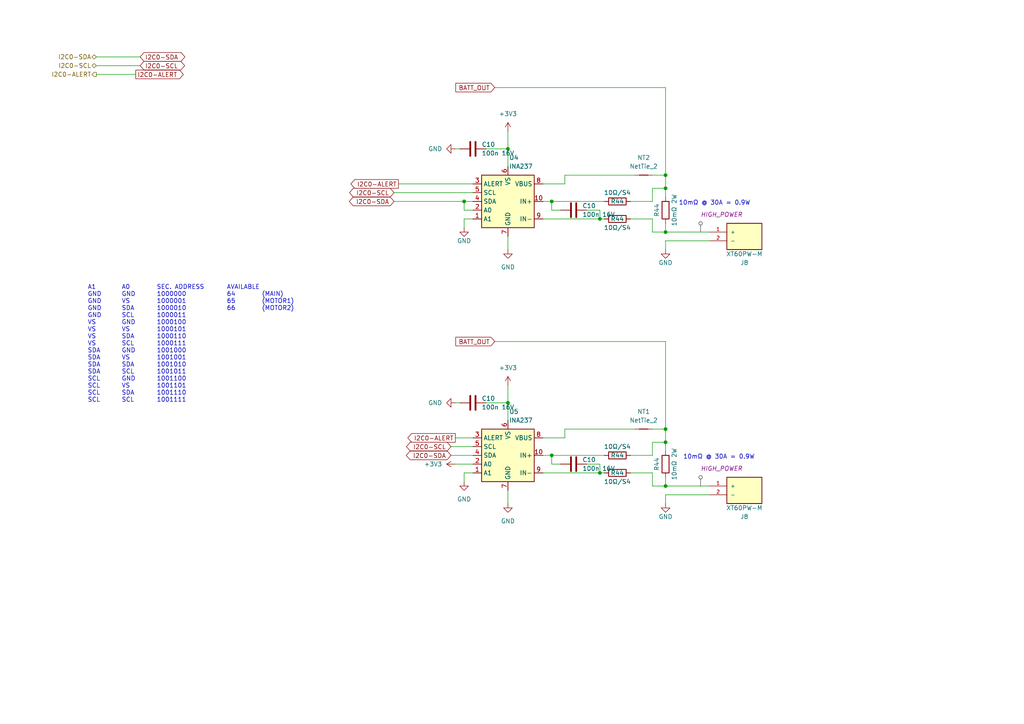
<source format=kicad_sch>
(kicad_sch (version 20230121) (generator eeschema)
  (paper "A4")
  (title_block (title "pNav32 Proto Board") (rev "1.0") (company "Mauro Soligo"))
  (lib_symbols
    (symbol "Device:C" (pin_numbers hide) (pin_names (offset 0.254))
      (property "Reference" "C" (at 0.635 2.54 0))
      (property "Value" "C" (at 0.635 -2.54 0))
      (symbol "C_0_1"
        (polyline (pts (xy -2.032 -0.762) (xy 2.032 -0.762)) (stroke (width 0.508)))
        (polyline (pts (xy -2.032 0.762) (xy 2.032 0.762)) (stroke (width 0.508)))
      )
      (symbol "C_1_1"
        (pin passive line (at 0 3.81 270) (length 2.794) (name "~") (number "1"))
        (pin passive line (at 0 -3.81 90) (length 2.794) (name "~") (number "2"))
      )
    )
    (symbol "Device:NetTie_2" (pin_numbers hide) (pin_names (offset 0) hide) (in_bom no)
      (property "Reference" "NT" (at 0 1.27 0))
      (property "Value" "NetTie_2" (at 0 -1.27 0))
      (symbol "NetTie_2_0_1"
        (polyline (pts (xy -1.27 0) (xy 1.27 0)) (stroke (width 0.254)))
      )
      (symbol "NetTie_2_1_1"
        (pin passive line (at -2.54 0 0) (length 2.54) (name "1") (number "1"))
        (pin passive line (at 2.54 0 180) (length 2.54) (name "2") (number "2"))
      )
    )
    (symbol "Device:R" (pin_numbers hide) (pin_names (offset 0))
      (property "Reference" "R" (at 2.032 0 90))
      (property "Value" "R" (at 0 0 90))
      (symbol "R_0_1"
        (rectangle (start -1.016 -2.54) (end 1.016 2.54) (stroke (width 0.254)))
      )
      (symbol "R_1_1"
        (pin passive line (at 0 3.81 270) (length 1.27) (name "~") (number "1"))
        (pin passive line (at 0 -3.81 90) (length 1.27) (name "~") (number "2"))
      )
    )
    (symbol "katodo_kicad:INA237"
      (property "Reference" "U" (at -6.35 8.89 0))
      (property "Value" "INA237" (at 2.54 8.89 0))
      (symbol "INA237_0_1"
        (rectangle (start -7.62 7.62) (end 7.62 -7.62) (stroke (width 0.254)) (fill (type background)))
      )
      (symbol "INA237_1_1"
        (pin input line (at 10.16 -5.08 180) (length 2.54) (name "A1") (number "1"))
        (pin passive line (at -10.16 0 0) (length 2.54) (name "IN+") (number "10"))
        (pin input line (at 10.16 -2.54 180) (length 2.54) (name "A0") (number "2"))
        (pin open_collector line (at 10.16 5.08 180) (length 2.54) (name "ALERT") (number "3"))
        (pin bidirectional line (at 10.16 0 180) (length 2.54) (name "SDA") (number "4"))
        (pin input line (at 10.16 2.54 180) (length 2.54) (name "SCL") (number "5"))
        (pin passive line (at 0 10.16 270) (length 2.54) (name "VS") (number "6"))
        (pin passive line (at 0 -10.16 90) (length 2.54) (name "GND") (number "7"))
        (pin passive line (at -10.16 5.08 0) (length 2.54) (name "VBUS") (number "8"))
        (pin passive line (at -10.16 -5.08 0) (length 2.54) (name "IN-") (number "9"))
      )
    )
    (symbol "katodo_kicad:XT60PW-M" (pin_names (offset 1.016))
      (property "Reference" "J8" (at 0 -6.35 0))
      (property "Value" "XT60PW-M" (at 0 -3.81 0))
      (symbol "XT60PW-M_0_0"
        (rectangle (start -5.08 -2.54) (end 5.08 5.08) (stroke (width 0.254)) (fill (type background)))
        (pin passive line (at -10.16 2.54 0) (length 5.08) (name "+") (number "1"))
        (pin passive line (at -10.16 0 0) (length 5.08) (name "-") (number "2"))
      )
    )
    (symbol "power:+3V3" (power) (pin_names (offset 0))
      (property "Value" "+3V3" (at 0 3.556 0))
      (symbol "+3V3_0_1"
        (polyline (pts (xy -0.762 1.27) (xy 0 2.54)))
        (polyline (pts (xy 0 0) (xy 0 2.54)))
        (polyline (pts (xy 0 2.54) (xy 0.762 1.27)))
      )
      (symbol "+3V3_1_1"
        (pin power_in line (at 0 0 90) (length 0) hide (name "+3V3") (number "1"))
      )
    )
    (symbol "power:GND" (power) (pin_names (offset 0))
      (property "Value" "GND" (at 0 -3.81 0))
      (symbol "GND_0_1"
        (polyline (pts (xy 0 0) (xy 0 -1.27) (xy 1.27 -1.27) (xy 0 -2.54) (xy -1.27 -1.27) (xy 0 -1.27)))
      )
      (symbol "GND_1_1"
        (pin power_in line (at 0 0 270) (length 0) hide (name "GND") (number "1"))
      )
    )
  )
  (junction (at 160.02 58.42))
  (junction (at 147.32 116.84))
  (junction (at 160.02 132.08))
  (junction (at 147.32 43.18))
  (junction (at 193.04 124.46))
  (junction (at 173.99 63.5))
  (junction (at 193.04 54.61))
  (junction (at 193.04 50.8))
  (junction (at 193.04 67.31))
  (junction (at 193.04 140.97))
  (junction (at 173.99 137.16))
  (junction (at 134.62 58.42))
  (junction (at 193.04 128.27))
  (wire (pts (xy 193.04 140.97) (xy 205.74 140.97)))
  (wire (pts (xy 193.04 67.31) (xy 189.23 67.31)))
  (wire (pts (xy 132.08 43.18) (xy 133.35 43.18)))
  (wire (pts (xy 134.62 58.42) (xy 137.16 58.42)))
  (wire (pts (xy 163.83 53.34) (xy 157.48 53.34)))
  (wire (pts (xy 157.48 132.08) (xy 160.02 132.08)))
  (wire (pts (xy 163.83 124.46) (xy 184.15 124.46)))
  (wire (pts (xy 193.04 50.8) (xy 193.04 54.61)))
  (wire (pts (xy 160.02 60.96) (xy 160.02 58.42)))
  (wire (pts (xy 170.18 60.96) (xy 173.99 60.96)))
  (wire (pts (xy 160.02 58.42) (xy 175.26 58.42)))
  (wire (pts (xy 189.23 50.8) (xy 193.04 50.8)))
  (wire (pts (xy 170.18 134.62) (xy 173.99 134.62)))
  (wire (pts (xy 132.08 127) (xy 137.16 127)))
  (wire (pts (xy 193.04 54.61) (xy 189.23 54.61)))
  (wire (pts (xy 134.62 137.16) (xy 134.62 139.7)))
  (wire (pts (xy 160.02 132.08) (xy 175.26 132.08)))
  (wire (pts (xy 182.88 58.42) (xy 189.23 58.42)))
  (wire (pts (xy 193.04 128.27) (xy 189.23 128.27)))
  (wire (pts (xy 27.94 16.51) (xy 40.64 16.51)))
  (wire (pts (xy 193.04 138.43) (xy 193.04 140.97)))
  (wire (pts (xy 189.23 128.27) (xy 189.23 132.08)))
  (wire (pts (xy 162.56 134.62) (xy 160.02 134.62)))
  (wire (pts (xy 193.04 99.06) (xy 193.04 124.46)))
  (wire (pts (xy 137.16 137.16) (xy 134.62 137.16)))
  (wire (pts (xy 114.3 58.42) (xy 134.62 58.42)))
  (wire (pts (xy 163.83 50.8) (xy 163.83 53.34)))
  (wire (pts (xy 189.23 137.16) (xy 182.88 137.16)))
  (wire (pts (xy 27.94 19.05) (xy 40.64 19.05)))
  (wire (pts (xy 189.23 54.61) (xy 189.23 58.42)))
  (wire (pts (xy 157.48 58.42) (xy 160.02 58.42)))
  (wire (pts (xy 173.99 137.16) (xy 175.26 137.16)))
  (wire (pts (xy 140.97 43.18) (xy 147.32 43.18)))
  (wire (pts (xy 147.32 146.05) (xy 147.32 142.24)))
  (wire (pts (xy 157.48 137.16) (xy 173.99 137.16)))
  (wire (pts (xy 163.83 127) (xy 157.48 127)))
  (wire (pts (xy 193.04 67.31) (xy 205.74 67.31)))
  (wire (pts (xy 193.04 130.81) (xy 193.04 128.27)))
  (wire (pts (xy 130.81 132.08) (xy 137.16 132.08)))
  (wire (pts (xy 189.23 63.5) (xy 182.88 63.5)))
  (wire (pts (xy 134.62 63.5) (xy 137.16 63.5)))
  (wire (pts (xy 132.08 134.62) (xy 137.16 134.62)))
  (wire (pts (xy 147.32 38.1) (xy 147.32 43.18)))
  (wire (pts (xy 205.74 143.51) (xy 193.04 143.51)))
  (wire (pts (xy 193.04 57.15) (xy 193.04 54.61)))
  (wire (pts (xy 182.88 132.08) (xy 189.23 132.08)))
  (wire (pts (xy 189.23 67.31) (xy 189.23 63.5)))
  (wire (pts (xy 163.83 50.8) (xy 184.15 50.8)))
  (wire (pts (xy 193.04 69.85) (xy 193.04 72.39)))
  (wire (pts (xy 147.32 72.39) (xy 147.32 68.58)))
  (wire (pts (xy 173.99 134.62) (xy 173.99 137.16)))
  (wire (pts (xy 193.04 140.97) (xy 189.23 140.97)))
  (wire (pts (xy 193.04 64.77) (xy 193.04 67.31)))
  (wire (pts (xy 193.04 124.46) (xy 193.04 128.27)))
  (wire (pts (xy 147.32 43.18) (xy 147.32 48.26)))
  (wire (pts (xy 27.94 21.59) (xy 39.37 21.59)))
  (wire (pts (xy 130.81 129.54) (xy 137.16 129.54)))
  (wire (pts (xy 193.04 25.4) (xy 193.04 50.8)))
  (wire (pts (xy 137.16 60.96) (xy 134.62 60.96)))
  (wire (pts (xy 173.99 60.96) (xy 173.99 63.5)))
  (wire (pts (xy 163.83 124.46) (xy 163.83 127)))
  (wire (pts (xy 189.23 140.97) (xy 189.23 137.16)))
  (wire (pts (xy 140.97 116.84) (xy 147.32 116.84)))
  (wire (pts (xy 147.32 111.76) (xy 147.32 116.84)))
  (wire (pts (xy 134.62 63.5) (xy 134.62 66.04)))
  (wire (pts (xy 147.32 116.84) (xy 147.32 121.92)))
  (wire (pts (xy 189.23 124.46) (xy 193.04 124.46)))
  (wire (pts (xy 143.51 99.06) (xy 193.04 99.06)))
  (wire (pts (xy 115.57 53.34) (xy 137.16 53.34)))
  (wire (pts (xy 143.51 25.4) (xy 193.04 25.4)))
  (wire (pts (xy 114.3 55.88) (xy 137.16 55.88)))
  (wire (pts (xy 134.62 58.42) (xy 134.62 60.96)))
  (wire (pts (xy 193.04 143.51) (xy 193.04 146.05)))
  (wire (pts (xy 162.56 60.96) (xy 160.02 60.96)))
  (wire (pts (xy 160.02 134.62) (xy 160.02 132.08)))
  (wire (pts (xy 173.99 63.5) (xy 175.26 63.5)))
  (wire (pts (xy 132.08 116.84) (xy 133.35 116.84)))
  (wire (pts (xy 205.74 69.85) (xy 193.04 69.85)))
  (wire (pts (xy 157.48 63.5) (xy 173.99 63.5)))
  (text "10mΩ @ 30A = 0.9W" (at 198.12 133.35 0) (effects (font (size 1.27 1.27)) (justify left bottom)))
  (text "10mΩ @ 30A = 0.9W" (at 196.85 59.69 0) (effects (font (size 1.27 1.27)) (justify left bottom)))
  (text "A1		A0		SEC. ADDRESS	AVAILABLE\nGND		GND		1000000			64		(MAIN)\nGND		VS		1000001			65		(MOTOR1)\nGND		SDA		1000010			66		(MOTOR2)	\nGND		SCL		1000011\nVS		GND		1000100\nVS		VS		1000101\nVS		SDA		1000110\nVS		SCL		1000111\nSDA		GND		1001000\nSDA		VS		1001001	\nSDA		SDA		1001010\nSDA		SCL		1001011\nSCL		GND		1001100\nSCL		VS		1001101\nSCL		SDA		1001110\nSCL		SCL		1001111" (at 25.4 116.84 0) (effects (font (size 1.27 1.27)) (justify left bottom)))
  (global_label "I2C0-SDA" (shape bidirectional) (at 40.64 16.51 0) (property "Intersheetrefs" "${INTERSHEET_REFS}" (effects hide)))
  (global_label "I2C0-SCL" (shape bidirectional) (at 40.64 19.05 0) (property "Intersheetrefs" "${INTERSHEET_REFS}" (effects hide)))
  (global_label "I2C0-SCL" (shape bidirectional) (at 114.3 55.88 180) (property "Intersheetrefs" "${INTERSHEET_REFS}" (effects hide)))
  (global_label "BATT_OUT" (shape input) (at 143.51 99.06 180) (property "Intersheetrefs" "${INTERSHEET_REFS}" (effects hide)))
  (global_label "BATT_OUT" (shape input) (at 143.51 25.4 180) (property "Intersheetrefs" "${INTERSHEET_REFS}" (effects hide)))
  (global_label "I2C0-ALERT" (shape output) (at 39.37 21.59 0) (property "Intersheetrefs" "${INTERSHEET_REFS}" (effects hide)))
  (global_label "I2C0-ALERT" (shape output) (at 132.08 127 180) (property "Intersheetrefs" "${INTERSHEET_REFS}" (effects hide)))
  (global_label "I2C0-ALERT" (shape output) (at 115.57 53.34 180) (property "Intersheetrefs" "${INTERSHEET_REFS}" (effects hide)))
  (global_label "I2C0-SCL" (shape bidirectional) (at 130.81 129.54 180) (property "Intersheetrefs" "${INTERSHEET_REFS}" (effects hide)))
  (global_label "I2C0-SDA" (shape bidirectional) (at 114.3 58.42 180) (property "Intersheetrefs" "${INTERSHEET_REFS}" (effects hide)))
  (global_label "I2C0-SDA" (shape bidirectional) (at 130.81 132.08 180) (property "Intersheetrefs" "${INTERSHEET_REFS}" (effects hide)))
  (hierarchical_label "I2C0-SCL" (shape bidirectional) (at 27.94 19.05 180))
  (hierarchical_label "I2C0-ALERT" (shape output) (at 27.94 21.59 180))
  (hierarchical_label "I2C0-SDA" (shape bidirectional) (at 27.94 16.51 180))
  (netclass_flag "" (length 2.54) (shape round) (at 203.2 140.97 0) (property "Netclass" "HIGH_POWER" (at 203.2 135.89 0) (effects (font italic) (justify left))))
  (netclass_flag "" (length 2.54) (shape round) (at 203.2 67.31 0) (property "Netclass" "HIGH_POWER" (at 203.2 62.23 0) (effects (font italic) (justify left))))
  (symbol (lib_id "power:GND") (at 147.32 146.05 0) (unit 1)
    (property "Reference" "#PWR035" (effects hide))
    (property "Value" "GND" (at 147.32 151.13 0))
  )
  (symbol (lib_id "power:GND") (at 132.08 43.18 270) (unit 1)
    (property "Reference" "#PWR024" (effects hide))
    (property "Value" "GND" (at 128.27 43.18 90) (effects (justify right)))
  )
  (symbol (lib_id "power:GND") (at 134.62 66.04 0) (unit 1)
    (property "Reference" "#PWR032" (effects hide))
    (property "Value" "GND" (at 134.62 69.85 0))
  )
  (symbol (lib_id "power:+3V3") (at 147.32 38.1 0) (unit 1)
    (property "Reference" "#PWR02" (effects hide))
    (property "Value" "+3V3" (at 147.32 33.02 0))
  )
  (symbol (lib_id "Device:R") (at 193.04 60.96 180) (unit 1)
    (property "Reference" "R44" (at 190.5 60.96 90))
    (property "Value" "10mΩ 2W" (at 195.58 60.96 90))
    (property "Footprint" "Resistor_SMD:R_2512_6332Metric_Pad1.40x3.35mm_HandSolder" (effects hide))
    (property "LCSC" "C105366" (effects hide))
    (property "Description" "2W 10mΩ ±70ppm/℃ ±1% 2512 Current Sense Resistors/Shunt Resistors ROHS" (effects hide))
    (instances (project "RP2040_motor" (path "" (reference "R44") (unit 1))) (project "power_and_cpu" (path "" (reference "R44") (unit 1))) (project "nanosaur-exp-board" (path "" (reference "R14") (unit 1))) (project "RobotMotorController" (path "" (reference "R50") (unit 1)) (path "" (reference "R42") (unit 1)) (path "" (reference "R50") (unit 1))))
  )
  (symbol (lib_id "power:+3V3") (at 132.08 134.62 90) (unit 1)
    (property "Reference" "#PWR028" (effects hide))
    (property "Value" "+3V3" (at 128.27 134.62 90) (effects (justify left)))
  )
  (symbol (lib_id "Device:R") (at 179.07 132.08 90) (unit 1)
    (property "Reference" "R44" (at 179.07 132.08 90))
    (property "Value" "10Ω/S4" (at 179.07 129.54 90))
    (property "Footprint" "Resistor_SMD:R_0402_1005Metric" (effects hide))
    (property "LCSC" "C25077" (effects hide))
    (property "Description" "62.5mW Thick Film Resistors ±1% ±200ppm/℃ 10Ω 0402 Chip Resistor - Surface Mount ROHS" (effects hide))
    (instances (project "RP2040_motor" (path "" (reference "R44") (unit 1))) (project "power_and_cpu" (path "" (reference "R44") (unit 1))) (project "nanosaur-exp-board" (path "" (reference "R37") (unit 1))) (project "RobotMotorController" (path "" (reference "R42") (unit 1)) (path "" (reference "R47") (unit 1)) (path "" (reference "R36") (unit 1))))
  )
  (symbol (lib_id "katodo_kicad:XT60PW-M") (at 215.9 143.51 0) (unit 1)
    (property "Reference" "J8" (at 215.9 149.86 0))
    (property "Value" "XT60PW-M" (at 215.9 147.32 0))
    (property "Footprint" "Connector_AMASS:AMASS_XT60-M_1x02_P7.20mm_Vertical" (effects hide))
    (property "PARTREV" "V1.2" (effects hide))
    (property "MANUFACTURER" "AMASS" (effects hide))
    (property "MAXIMUM_PACKAGE_HEIGHT" "8.4 mm" (effects hide))
    (property "STANDARD" "Manufacturer recommendations" (effects hide))
    (instances (project "nanosaur-exp-board" (path "" (reference "J8") (unit 1))) (project "RobotMotorController" (path "" (reference "J10") (unit 1)) (path "" (reference "J12") (unit 1)) (path "" (reference "J10") (unit 1))))
  )
  (symbol (lib_id "Device:C") (at 137.16 43.18 270) (unit 1)
    (property "Reference" "C10" (at 139.7 41.91 90) (effects (justify left)))
    (property "Value" "100n 16V" (at 139.7 44.45 90) (effects (justify left)))
    (property "Footprint" "Capacitor_SMD:C_0402_1005Metric" (effects hide))
    (property "LCSC" "C60474" (effects hide))
    (property "Description" "16V 100nF X7R ±10% 0402 Multilayer Ceramic Capacitors MLCC - SMD/SMT ROHS" (effects hide))
    (property "MFR" "CC0402KRX7R7BB104" (effects hide))
    (instances (project "RobotMotorController" (path "" (reference "C10") (unit 1)) (path "" (reference "C9") (unit 1))))
  )
  (symbol (lib_id "Device:NetTie_2") (at 186.69 124.46 0) (unit 1) (in_bom no)
    (property "Reference" "NT1" (at 186.69 119.38 0))
    (property "Value" "NetTie_2" (at 186.69 121.92 0))
    (property "Footprint" "NetTie:NetTie-2_SMD_Pad0.5mm" (effects hide))
  )
  (symbol (lib_id "Device:R") (at 179.07 137.16 90) (unit 1)
    (property "Reference" "R44" (at 179.07 137.16 90))
    (property "Value" "10Ω/S4" (at 179.07 139.7 90))
    (property "Footprint" "Resistor_SMD:R_0402_1005Metric" (effects hide))
    (property "LCSC" "C25077" (effects hide))
    (property "Description" "62.5mW Thick Film Resistors ±1% ±200ppm/℃ 10Ω 0402 Chip Resistor - Surface Mount ROHS" (effects hide))
    (instances (project "RP2040_motor" (path "" (reference "R44") (unit 1))) (project "power_and_cpu" (path "" (reference "R44") (unit 1))) (project "nanosaur-exp-board" (path "" (reference "R36") (unit 1))) (project "RobotMotorController" (path "" (reference "R44") (unit 1)) (path "" (reference "R46") (unit 1)) (path "" (reference "R37") (unit 1))))
  )
  (symbol (lib_id "power:GND") (at 193.04 72.39 0) (unit 1)
    (property "Reference" "#PWR048" (effects hide))
    (property "Value" "GND" (at 193.04 76.2 0))
    (instances (project "RP2040_motor" (path "" (reference "#PWR048") (unit 1))) (project "power_and_cpu" (path "" (reference "#PWR048") (unit 1))) (project "nanosaur-exp-board" (path "" (reference "#PWR080") (unit 1))) (project "RobotMotorController" (path "" (reference "#PWR083") (unit 1)) (path "" (reference "#PWR089") (unit 1)) (path "" (reference "#PWR0171") (unit 1))))
  )
  (symbol (lib_id "power:GND") (at 132.08 116.84 270) (unit 1)
    (property "Reference" "#PWR033" (effects hide))
    (property "Value" "GND" (at 128.27 116.84 90) (effects (justify right)))
  )
  (symbol (lib_id "Device:R") (at 179.07 58.42 90) (unit 1)
    (property "Reference" "R44" (at 179.07 58.42 90))
    (property "Value" "10Ω/S4" (at 179.07 55.88 90))
    (property "Footprint" "Resistor_SMD:R_0402_1005Metric" (effects hide))
    (property "LCSC" "C25077" (effects hide))
    (property "Description" "62.5mW Thick Film Resistors ±1% ±200ppm/℃ 10Ω 0402 Chip Resistor - Surface Mount ROHS" (effects hide))
    (instances (project "RP2040_motor" (path "" (reference "R44") (unit 1))) (project "power_and_cpu" (path "" (reference "R44") (unit 1))) (project "nanosaur-exp-board" (path "" (reference "R37") (unit 1))) (project "RobotMotorController" (path "" (reference "R42") (unit 1)) (path "" (reference "R47") (unit 1)) (path "" (reference "R42") (unit 1))))
  )
  (symbol (lib_id "power:GND") (at 147.32 72.39 0) (unit 1)
    (property "Reference" "#PWR023" (effects hide))
    (property "Value" "GND" (at 147.32 77.47 0))
  )
  (symbol (lib_id "Device:C") (at 137.16 116.84 270) (unit 1)
    (property "Reference" "C10" (at 139.7 115.57 90) (effects (justify left)))
    (property "Value" "100n 16V" (at 139.7 118.11 90) (effects (justify left)))
    (property "Footprint" "Capacitor_SMD:C_0402_1005Metric" (effects hide))
    (property "LCSC" "C60474" (effects hide))
    (property "Description" "16V 100nF X7R ±10% 0402 Multilayer Ceramic Capacitors MLCC - SMD/SMT ROHS" (effects hide))
    (property "MFR" "CC0402KRX7R7BB104" (effects hide))
    (instances (project "RobotMotorController" (path "" (reference "C10") (unit 1)) (path "" (reference "C18") (unit 1))))
  )
  (symbol (lib_id "power:+3V3") (at 147.32 111.76 0) (unit 1)
    (property "Reference" "#PWR034" (effects hide))
    (property "Value" "+3V3" (at 147.32 106.68 0))
  )
  (symbol (lib_id "power:GND") (at 134.62 139.7 0) (unit 1)
    (property "Reference" "#PWR025" (effects hide))
    (property "Value" "GND" (at 134.62 144.78 0))
  )
  (symbol (lib_id "Device:C") (at 166.37 60.96 270) (unit 1)
    (property "Reference" "C10" (at 168.91 59.69 90) (effects (justify left)))
    (property "Value" "100n 16V" (at 168.91 62.23 90) (effects (justify left)))
    (property "Footprint" "Capacitor_SMD:C_0402_1005Metric" (effects hide))
    (property "LCSC" "C60474" (effects hide))
    (property "Description" "16V 100nF X7R ±10% 0402 Multilayer Ceramic Capacitors MLCC - SMD/SMT ROHS" (effects hide))
    (property "MFR" "CC0402KRX7R7BB104" (effects hide))
    (instances (project "RobotMotorController" (path "" (reference "C10") (unit 1)) (path "" (reference "C5") (unit 1))))
  )
  (symbol (lib_id "Device:R") (at 179.07 63.5 90) (unit 1)
    (property "Reference" "R44" (at 179.07 63.5 90))
    (property "Value" "10Ω/S4" (at 179.07 66.04 90))
    (property "Footprint" "Resistor_SMD:R_0402_1005Metric" (effects hide))
    (property "LCSC" "C25077" (effects hide))
    (property "Description" "62.5mW Thick Film Resistors ±1% ±200ppm/℃ 10Ω 0402 Chip Resistor - Surface Mount ROHS" (effects hide))
    (instances (project "RP2040_motor" (path "" (reference "R44") (unit 1))) (project "power_and_cpu" (path "" (reference "R44") (unit 1))) (project "nanosaur-exp-board" (path "" (reference "R36") (unit 1))) (project "RobotMotorController" (path "" (reference "R44") (unit 1)) (path "" (reference "R46") (unit 1)) (path "" (reference "R44") (unit 1))))
  )
  (symbol (lib_id "katodo_kicad:INA237") (at 147.32 132.08 0) (mirror y) (unit 1)
    (property "Reference" "U5" (at 147.6659 119.38 0) (effects (justify right)))
    (property "Value" "INA237" (at 147.6659 121.92 0) (effects (justify right)))
    (property "Footprint" "Package_SO:VSSOP-10_3x3mm_P0.5mm" (effects hide))
    (property "Datasheet" "https://www.ti.com/lit/ds/symlink/ina237-q1.pdf" (effects hide))
    (property "LCSC" "C2864837" (effects hide))
    (property "MFR" "INA237AIDGSR" (effects hide))
  )
  (symbol (lib_id "Device:R") (at 193.04 134.62 180) (unit 1)
    (property "Reference" "R44" (at 190.5 134.62 90))
    (property "Value" "10mΩ 2W" (at 195.58 134.62 90))
    (property "Footprint" "Resistor_SMD:R_2512_6332Metric_Pad1.40x3.35mm_HandSolder" (effects hide))
    (property "LCSC" "C105366" (effects hide))
    (property "Description" "2W 10mΩ ±70ppm/℃ ±1% 2512 Current Sense Resistors/Shunt Resistors ROHS" (effects hide))
    (instances (project "RP2040_motor" (path "" (reference "R44") (unit 1))) (project "power_and_cpu" (path "" (reference "R44") (unit 1))) (project "nanosaur-exp-board" (path "" (reference "R14") (unit 1))) (project "RobotMotorController" (path "" (reference "R50") (unit 1)) (path "" (reference "R42") (unit 1)) (path "" (reference "R38") (unit 1))))
  )
  (symbol (lib_id "Device:C") (at 166.37 134.62 270) (unit 1)
    (property "Reference" "C10" (at 168.91 133.35 90) (effects (justify left)))
    (property "Value" "100n 16V" (at 168.91 135.89 90) (effects (justify left)))
    (property "Footprint" "Capacitor_SMD:C_0402_1005Metric" (effects hide))
    (property "LCSC" "C60474" (effects hide))
    (property "Description" "16V 100nF X7R ±10% 0402 Multilayer Ceramic Capacitors MLCC - SMD/SMT ROHS" (effects hide))
    (property "MFR" "CC0402KRX7R7BB104" (effects hide))
    (instances (project "RobotMotorController" (path "" (reference "C10") (unit 1)) (path "" (reference "C6") (unit 1))))
  )
  (symbol (lib_id "power:GND") (at 193.04 146.05 0) (unit 1)
    (property "Reference" "#PWR048" (effects hide))
    (property "Value" "GND" (at 193.04 149.86 0))
    (instances (project "RP2040_motor" (path "" (reference "#PWR048") (unit 1))) (project "power_and_cpu" (path "" (reference "#PWR048") (unit 1))) (project "nanosaur-exp-board" (path "" (reference "#PWR080") (unit 1))) (project "RobotMotorController" (path "" (reference "#PWR083") (unit 1)) (path "" (reference "#PWR089") (unit 1)) (path "" (reference "#PWR036") (unit 1))))
  )
  (symbol (lib_id "Device:NetTie_2") (at 186.69 50.8 0) (unit 1) (in_bom no)
    (property "Reference" "NT2" (at 186.69 45.72 0))
    (property "Value" "NetTie_2" (at 186.69 48.26 0))
    (property "Footprint" "NetTie:NetTie-2_SMD_Pad0.5mm" (effects hide))
  )
  (symbol (lib_id "katodo_kicad:INA237") (at 147.32 58.42 0) (mirror y) (unit 1)
    (property "Reference" "U4" (at 147.6659 45.72 0) (effects (justify right)))
    (property "Value" "INA237" (at 147.6659 48.26 0) (effects (justify right)))
    (property "Footprint" "Package_SO:VSSOP-10_3x3mm_P0.5mm" (effects hide))
    (property "Datasheet" "https://www.ti.com/lit/ds/symlink/ina237-q1.pdf" (effects hide))
    (property "LCSC" "C2864837" (effects hide))
    (property "MFR" "INA237AIDGSR" (effects hide))
  )
  (symbol (lib_id "katodo_kicad:XT60PW-M") (at 215.9 69.85 0) (unit 1)
    (property "Reference" "J8" (at 215.9 76.2 0))
    (property "Value" "XT60PW-M" (at 215.9 73.66 0))
    (property "Footprint" "Connector_AMASS:AMASS_XT60-M_1x02_P7.20mm_Vertical" (effects hide))
    (property "PARTREV" "V1.2" (effects hide))
    (property "MANUFACTURER" "AMASS" (effects hide))
    (property "MAXIMUM_PACKAGE_HEIGHT" "8.4 mm" (effects hide))
    (property "STANDARD" "Manufacturer recommendations" (effects hide))
    (instances (project "nanosaur-exp-board" (path "" (reference "J8") (unit 1))) (project "RobotMotorController" (path "" (reference "J8") (unit 1)) (path "" (reference "J11") (unit 1)) (path "" (reference "J8") (unit 1))))
  )
)
</source>
